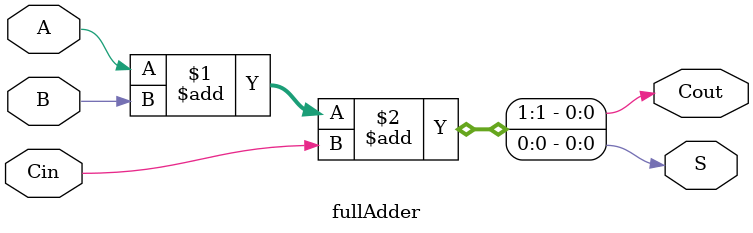
<source format=v>
module fullAdder(
  input wire A,
  input wire B,
  input wire Cin,
  output wire S,
  output wire Cout
);
  
  /*
  wire xor1_out;
  wire and1_out;
  wire and2_out;
  
  xor(xor1_out, A, B);
  xor(S, xor1_out, Cin);
  and(and1_out, xor1_out, Cin);
  and(and2_out, A, B);
  or(Cout, and1_out, and2_out);
  */
  
  assign {Cout, S} = A + B + Cin;  
  
endmodule

</source>
